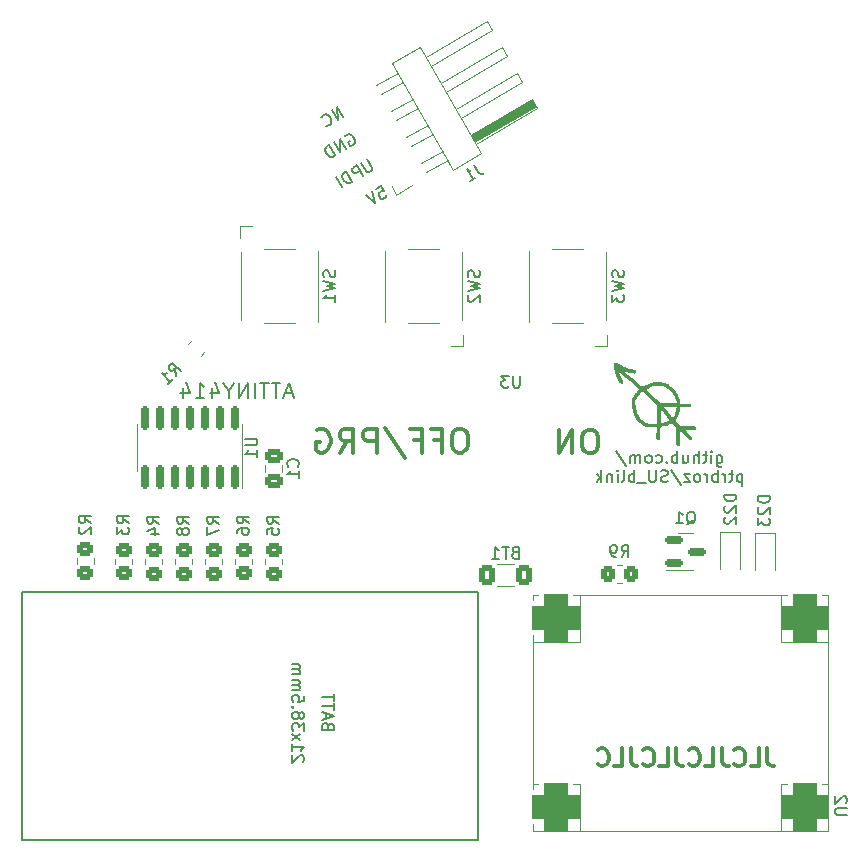
<source format=gbo>
%TF.GenerationSoftware,KiCad,Pcbnew,(6.0.5)*%
%TF.CreationDate,2022-11-29T16:25:59+01:00*%
%TF.ProjectId,sublink,7375626c-696e-46b2-9e6b-696361645f70,rev?*%
%TF.SameCoordinates,Original*%
%TF.FileFunction,Legend,Bot*%
%TF.FilePolarity,Positive*%
%FSLAX46Y46*%
G04 Gerber Fmt 4.6, Leading zero omitted, Abs format (unit mm)*
G04 Created by KiCad (PCBNEW (6.0.5)) date 2022-11-29 16:25:59*
%MOMM*%
%LPD*%
G01*
G04 APERTURE LIST*
G04 Aperture macros list*
%AMRoundRect*
0 Rectangle with rounded corners*
0 $1 Rounding radius*
0 $2 $3 $4 $5 $6 $7 $8 $9 X,Y pos of 4 corners*
0 Add a 4 corners polygon primitive as box body*
4,1,4,$2,$3,$4,$5,$6,$7,$8,$9,$2,$3,0*
0 Add four circle primitives for the rounded corners*
1,1,$1+$1,$2,$3*
1,1,$1+$1,$4,$5*
1,1,$1+$1,$6,$7*
1,1,$1+$1,$8,$9*
0 Add four rect primitives between the rounded corners*
20,1,$1+$1,$2,$3,$4,$5,0*
20,1,$1+$1,$4,$5,$6,$7,0*
20,1,$1+$1,$6,$7,$8,$9,0*
20,1,$1+$1,$8,$9,$2,$3,0*%
%AMRotRect*
0 Rectangle, with rotation*
0 The origin of the aperture is its center*
0 $1 length*
0 $2 width*
0 $3 Rotation angle, in degrees counterclockwise*
0 Add horizontal line*
21,1,$1,$2,0,0,$3*%
G04 Aperture macros list end*
%ADD10C,0.150000*%
%ADD11C,0.000000*%
%ADD12C,0.300000*%
%ADD13C,0.200000*%
%ADD14C,0.120000*%
%ADD15RotRect,6.000000X0.760000X30.000000*%
%ADD16C,2.200000*%
%ADD17RoundRect,0.250000X-0.350000X-0.450000X0.350000X-0.450000X0.350000X0.450000X-0.350000X0.450000X0*%
%ADD18R,1.400000X1.600000*%
%ADD19R,1.000000X1.000000*%
%ADD20RoundRect,1.000000X1.000000X-1.000000X1.000000X1.000000X-1.000000X1.000000X-1.000000X-1.000000X0*%
%ADD21RotRect,2.500000X1.000000X30.000000*%
%ADD22RoundRect,0.250000X0.450000X-0.350000X0.450000X0.350000X-0.450000X0.350000X-0.450000X-0.350000X0*%
%ADD23RoundRect,0.250000X0.475000X-0.337500X0.475000X0.337500X-0.475000X0.337500X-0.475000X-0.337500X0*%
%ADD24RoundRect,0.250000X0.400000X0.625000X-0.400000X0.625000X-0.400000X-0.625000X0.400000X-0.625000X0*%
%ADD25RoundRect,0.250000X-0.450000X0.350000X-0.450000X-0.350000X0.450000X-0.350000X0.450000X0.350000X0*%
%ADD26R,1.200000X2.500000*%
%ADD27RoundRect,0.250000X0.070711X-0.565685X0.565685X-0.070711X-0.070711X0.565685X-0.565685X0.070711X0*%
%ADD28RoundRect,0.150000X-0.587500X-0.150000X0.587500X-0.150000X0.587500X0.150000X-0.587500X0.150000X0*%
%ADD29RoundRect,0.150000X0.150000X-0.825000X0.150000X0.825000X-0.150000X0.825000X-0.150000X-0.825000X0*%
G04 APERTURE END LIST*
D10*
X177800000Y-105156000D02*
X177799995Y-126161797D01*
X139191996Y-126161795D01*
X139191996Y-105155992D01*
X177800000Y-105156000D01*
D11*
G36*
X195890043Y-89455268D02*
G01*
X195865608Y-89502555D01*
X195826470Y-89538851D01*
X195777324Y-89560268D01*
X195750049Y-89563555D01*
X195724241Y-89566664D01*
X195054614Y-89566523D01*
X194997943Y-89566241D01*
X194978961Y-89566099D01*
X194975788Y-89590944D01*
X194957908Y-89677920D01*
X194931335Y-89762492D01*
X194906829Y-89853038D01*
X194889572Y-89924781D01*
X194882532Y-89947188D01*
X194855817Y-90030594D01*
X194828692Y-90113752D01*
X194808191Y-90176448D01*
X194789414Y-90239604D01*
X194772779Y-90293712D01*
X194753659Y-90347007D01*
X194725428Y-90411541D01*
X194693398Y-90474414D01*
X194661580Y-90525871D01*
X194629550Y-90577293D01*
X194601248Y-90631542D01*
X194595016Y-90642604D01*
X194571222Y-90684837D01*
X194551067Y-90714630D01*
X194576675Y-90742126D01*
X194651982Y-90814187D01*
X194926433Y-91076811D01*
X194971921Y-91116641D01*
X194989316Y-91131767D01*
X195106661Y-91131767D01*
X196220197Y-91168487D01*
X196267895Y-91192802D01*
X196304617Y-91231359D01*
X196326153Y-91280308D01*
X196331054Y-91333461D01*
X196319526Y-91385590D01*
X196292123Y-91431216D01*
X196250776Y-91465038D01*
X196200387Y-91483169D01*
X195541115Y-91463448D01*
X195482441Y-91461574D01*
X195423770Y-91459913D01*
X195364199Y-91459913D01*
X195381247Y-91475464D01*
X195425700Y-91516319D01*
X195469739Y-91557739D01*
X195513298Y-91599619D01*
X195556301Y-91642170D01*
X195908749Y-92038986D01*
X195941815Y-92087863D01*
X195959828Y-92138260D01*
X195962730Y-92191661D01*
X195947819Y-92242836D01*
X195916344Y-92285952D01*
X195872856Y-92316947D01*
X195822053Y-92333098D01*
X195768627Y-92332356D01*
X195718788Y-92313660D01*
X195677788Y-92279273D01*
X195648313Y-92234672D01*
X195197153Y-91752047D01*
X195065937Y-91633193D01*
X195021689Y-91594176D01*
X194977304Y-91555336D01*
X194932784Y-91516743D01*
X194929126Y-91513633D01*
X194929473Y-91518333D01*
X194932922Y-91578167D01*
X194935961Y-91638000D01*
X194938584Y-91697727D01*
X194946451Y-91936954D01*
X194947970Y-91996823D01*
X194949490Y-92056656D01*
X194951006Y-92116419D01*
X194955703Y-92388938D01*
X194956322Y-92443329D01*
X194956806Y-92497790D01*
X194958050Y-92661315D01*
X194951974Y-92714469D01*
X194931059Y-92763771D01*
X194894891Y-92803176D01*
X194847745Y-92827880D01*
X194795079Y-92836468D01*
X194742342Y-92828587D01*
X194694921Y-92804342D01*
X194658268Y-92765502D01*
X194636660Y-92716484D01*
X194629136Y-92555644D01*
X194628652Y-92501819D01*
X194625132Y-92232692D01*
X194621474Y-92067012D01*
X194613328Y-91777988D01*
X194608567Y-91662315D01*
X194605666Y-91604460D01*
X194583786Y-91315932D01*
X194584337Y-91262495D01*
X194597177Y-91218389D01*
X194566115Y-91189762D01*
X194330528Y-90962799D01*
X194285800Y-90915088D01*
X194278760Y-90907100D01*
X194261502Y-90911801D01*
X194208766Y-90926573D01*
X194156305Y-90942371D01*
X194104261Y-90959194D01*
X194045516Y-90984958D01*
X193992436Y-91020900D01*
X193935282Y-91065925D01*
X193872674Y-91102646D01*
X193791293Y-91122931D01*
X193707908Y-91133074D01*
X193643025Y-91138658D01*
X193578692Y-91148766D01*
X193514841Y-91161666D01*
X193451406Y-91176368D01*
X193393425Y-91192519D01*
X193335026Y-91206656D01*
X193290298Y-91215916D01*
X193289471Y-91246486D01*
X193287675Y-91308758D01*
X193277734Y-91682000D01*
X193276218Y-91744024D01*
X193268899Y-92072135D01*
X193264757Y-92173919D01*
X193255508Y-92226543D01*
X193231695Y-92274501D01*
X193193455Y-92311646D01*
X193144722Y-92333663D01*
X193091639Y-92339106D01*
X193039454Y-92328080D01*
X192993414Y-92301079D01*
X192959317Y-92260224D01*
X192940611Y-92209968D01*
X192937020Y-92156673D01*
X192948135Y-91736992D01*
X192949651Y-91674861D01*
X192951241Y-91612624D01*
X192957864Y-91364314D01*
X192959593Y-91302325D01*
X192961317Y-91241396D01*
X192934949Y-91243199D01*
X192866266Y-91248218D01*
X192797449Y-91250091D01*
X192737054Y-91253589D01*
X192676584Y-91256487D01*
X192616044Y-91258785D01*
X192555575Y-91260764D01*
X192464535Y-91262637D01*
X192373495Y-91261471D01*
X192282914Y-91253448D01*
X192193394Y-91237650D01*
X192115325Y-91217788D01*
X192039658Y-91190363D01*
X191956004Y-91157248D01*
X191877723Y-91113460D01*
X191806863Y-91064688D01*
X191737488Y-91013372D01*
X191694759Y-90980681D01*
X191651184Y-90949051D01*
X191607289Y-90918056D01*
X191563324Y-90886920D01*
X191493596Y-90831363D01*
X191428920Y-90769940D01*
X191370890Y-90717528D01*
X191317948Y-90660098D01*
X191278365Y-90598003D01*
X191239383Y-90535590D01*
X191194924Y-90463104D01*
X191155094Y-90387862D01*
X191116642Y-90301169D01*
X191081795Y-90212886D01*
X191047832Y-90128596D01*
X191014363Y-90044342D01*
X190985101Y-89946516D01*
X190959407Y-89847807D01*
X190930569Y-89747649D01*
X190904805Y-89646395D01*
X190891834Y-89580943D01*
X190879677Y-89515384D01*
X190868085Y-89449790D01*
X190856846Y-89383949D01*
X190849389Y-89329699D01*
X190844547Y-89275231D01*
X190841649Y-89220423D01*
X190839988Y-89165686D01*
X190839387Y-89111571D01*
X190839387Y-89065471D01*
X191151630Y-89065471D01*
X191152337Y-89158862D01*
X191155518Y-89246113D01*
X191165024Y-89332809D01*
X191175379Y-89393703D01*
X191186088Y-89454561D01*
X191197327Y-89515243D01*
X191209060Y-89575924D01*
X191233375Y-89670710D01*
X191260482Y-89764648D01*
X191282782Y-89850776D01*
X191307380Y-89936232D01*
X191338905Y-90015220D01*
X191370607Y-90094032D01*
X191400895Y-90171218D01*
X191434045Y-90247061D01*
X191463449Y-90303466D01*
X191496140Y-90357857D01*
X191530598Y-90410445D01*
X191561734Y-90464977D01*
X191577744Y-90483001D01*
X191652986Y-90552165D01*
X191697163Y-90594681D01*
X191745121Y-90632850D01*
X191791172Y-90665435D01*
X191837151Y-90698019D01*
X191882706Y-90731134D01*
X191927555Y-90765381D01*
X191990109Y-90811855D01*
X192054361Y-90855819D01*
X192102072Y-90880665D01*
X192152999Y-90899361D01*
X192204421Y-90918551D01*
X192257574Y-90931946D01*
X192322815Y-90943820D01*
X192388868Y-90949404D01*
X192467503Y-90950394D01*
X192546245Y-90948521D01*
X192607880Y-90946506D01*
X192669622Y-90943962D01*
X192731258Y-90941134D01*
X192792893Y-90937812D01*
X192849903Y-90936222D01*
X192906849Y-90932087D01*
X192970216Y-90927740D01*
X192971188Y-90893918D01*
X193299476Y-90893918D01*
X193327778Y-90886956D01*
X193379684Y-90872254D01*
X193479291Y-90849953D01*
X193580000Y-90832000D01*
X193681678Y-90821856D01*
X193720499Y-90817227D01*
X193745872Y-90817227D01*
X193749463Y-90816273D01*
X193751947Y-90814187D01*
X193745872Y-90817227D01*
X193720499Y-90817227D01*
X193732064Y-90815848D01*
X193752361Y-90812385D01*
X193753877Y-90812526D01*
X193785494Y-90785808D01*
X193803854Y-90771813D01*
X193850791Y-90738663D01*
X193899661Y-90709011D01*
X193951016Y-90683529D01*
X194004583Y-90663173D01*
X194058285Y-90645678D01*
X194068502Y-90642604D01*
X194042685Y-90608959D01*
X193389074Y-89823810D01*
X193350350Y-89777831D01*
X193318045Y-89739591D01*
X193317907Y-89777477D01*
X193317698Y-89843177D01*
X193301823Y-90811431D01*
X193300098Y-90873561D01*
X193299476Y-90893918D01*
X192971188Y-90893918D01*
X192971941Y-90867694D01*
X192973669Y-90805705D01*
X192988273Y-89546732D01*
X193584555Y-89546732D01*
X193596222Y-89560551D01*
X193635221Y-89606778D01*
X194214908Y-90296292D01*
X194256046Y-90348456D01*
X194296773Y-90401009D01*
X194337155Y-90453739D01*
X194339915Y-90457343D01*
X194362830Y-90414615D01*
X194419363Y-90324459D01*
X194455121Y-90255295D01*
X194473827Y-90202495D01*
X194490463Y-90149059D01*
X194511240Y-90079471D01*
X194533880Y-90010378D01*
X194557555Y-89937751D01*
X194581164Y-89864948D01*
X194604150Y-89775675D01*
X194619750Y-89712802D01*
X194639421Y-89651237D01*
X194653434Y-89613563D01*
X194662958Y-89563555D01*
X194656540Y-89563484D01*
X194599661Y-89562671D01*
X193660487Y-89545283D01*
X193601537Y-89546379D01*
X193584555Y-89546732D01*
X192988273Y-89546732D01*
X192989407Y-89448977D01*
X192995825Y-89395965D01*
X193002246Y-89377269D01*
X192995482Y-89369954D01*
X192954479Y-89325988D01*
X192885315Y-89254747D01*
X192402263Y-88804347D01*
X191935294Y-88390949D01*
X191794705Y-88267805D01*
X191766680Y-88243232D01*
X191766680Y-88243225D01*
X191758586Y-88246126D01*
X191695290Y-88249646D01*
X191677619Y-88245571D01*
X191646553Y-88278086D01*
X191602447Y-88323641D01*
X191560497Y-88371063D01*
X191515083Y-88432221D01*
X191471931Y-88494896D01*
X191416762Y-88568894D01*
X191363644Y-88644479D01*
X191314908Y-88718474D01*
X191263062Y-88790330D01*
X191223232Y-88846587D01*
X191186230Y-88904915D01*
X191167039Y-88937288D01*
X191160961Y-88944052D01*
X191155094Y-88972283D01*
X191151630Y-89065471D01*
X190839387Y-89065471D01*
X190839387Y-89057453D01*
X190840695Y-89003405D01*
X190843522Y-88949290D01*
X190851262Y-88895860D01*
X190867413Y-88844300D01*
X190889961Y-88795151D01*
X190916114Y-88747867D01*
X190960255Y-88677877D01*
X191007790Y-88610300D01*
X191057233Y-88541893D01*
X191103389Y-88471486D01*
X191161243Y-88389069D01*
X191221218Y-88308377D01*
X191266632Y-88242525D01*
X191314484Y-88178401D01*
X191367779Y-88117243D01*
X191412082Y-88071143D01*
X192068461Y-88071143D01*
X192108963Y-88106693D01*
X192156604Y-88148386D01*
X192204244Y-88190216D01*
X192251778Y-88231976D01*
X192911136Y-88824636D01*
X192957522Y-88867778D01*
X193238664Y-89149546D01*
X193279529Y-89194136D01*
X193310658Y-89228789D01*
X193329573Y-89227545D01*
X193393492Y-89224300D01*
X194606701Y-89234447D01*
X194662820Y-89235277D01*
X194667171Y-89235348D01*
X194664407Y-89208980D01*
X194662891Y-89150719D01*
X194660958Y-89096328D01*
X194655572Y-89042280D01*
X194630861Y-88974771D01*
X194604217Y-88921896D01*
X194577640Y-88869022D01*
X194545267Y-88782739D01*
X194508476Y-88683065D01*
X194485352Y-88617630D01*
X194445869Y-88542805D01*
X194415221Y-88496762D01*
X194383816Y-88450931D01*
X194352959Y-88402679D01*
X194321622Y-88354915D01*
X194271783Y-88296930D01*
X194224641Y-88254686D01*
X194178393Y-88211545D01*
X194112471Y-88142932D01*
X194058840Y-88099862D01*
X193974971Y-88042085D01*
X193897869Y-87972851D01*
X193847271Y-87923843D01*
X193849066Y-87924670D01*
X193788943Y-87876973D01*
X193735931Y-87847017D01*
X193717086Y-87841013D01*
X193629287Y-87816298D01*
X193534236Y-87784547D01*
X193480259Y-87772881D01*
X193397563Y-87764321D01*
X193340893Y-87762183D01*
X193284636Y-87755695D01*
X193189104Y-87737610D01*
X193168327Y-87735264D01*
X193100817Y-87727740D01*
X193093502Y-87726496D01*
X193093502Y-87726492D01*
X193079560Y-87726838D01*
X192997281Y-87727460D01*
X192896154Y-87733882D01*
X192800414Y-87744442D01*
X192736276Y-87756038D01*
X192672237Y-87768117D01*
X192601978Y-87787170D01*
X192549143Y-87810845D01*
X192496766Y-87835418D01*
X192448172Y-87857715D01*
X192399365Y-87879595D01*
X192349674Y-87912382D01*
X192299631Y-87947448D01*
X192247361Y-87979269D01*
X192224106Y-87993971D01*
X192176607Y-88020962D01*
X192126457Y-88047952D01*
X192073445Y-88068934D01*
X192068461Y-88071143D01*
X191412082Y-88071143D01*
X191423902Y-88058844D01*
X191482356Y-87997689D01*
X191483947Y-87996032D01*
X191461929Y-87976979D01*
X191413335Y-87935082D01*
X191119823Y-87686171D01*
X190723255Y-87360710D01*
X190673282Y-87320470D01*
X190373867Y-87078462D01*
X190323895Y-87038080D01*
X190076504Y-86833212D01*
X189884175Y-86662855D01*
X189837241Y-86618954D01*
X189790661Y-86572430D01*
X189774368Y-86554621D01*
X189786915Y-86599972D01*
X189802182Y-86651811D01*
X189818192Y-86703371D01*
X189833531Y-86757836D01*
X189853463Y-86810915D01*
X189876506Y-86862479D01*
X189901917Y-86913211D01*
X189928210Y-86963396D01*
X189954646Y-87013645D01*
X189980621Y-87060377D01*
X190006916Y-87107039D01*
X190033776Y-87153357D01*
X190061307Y-87199188D01*
X190089757Y-87244472D01*
X190119373Y-87289062D01*
X190143865Y-87336759D01*
X190153584Y-87389287D01*
X190145455Y-87442024D01*
X190119903Y-87488756D01*
X190080780Y-87525133D01*
X190032574Y-87547844D01*
X189979491Y-87553986D01*
X189927610Y-87541906D01*
X189882443Y-87513053D01*
X189847455Y-87472743D01*
X189814552Y-87422629D01*
X189782638Y-87372033D01*
X189751644Y-87320746D01*
X189721497Y-87269044D01*
X189692094Y-87216930D01*
X189663361Y-87164469D01*
X189632790Y-87106074D01*
X189602503Y-87047608D01*
X189573487Y-86988245D01*
X189546768Y-86928055D01*
X189523655Y-86866069D01*
X189505490Y-86802769D01*
X189488808Y-86748654D01*
X189472799Y-86694397D01*
X189457531Y-86640074D01*
X189442970Y-86585404D01*
X189429223Y-86530529D01*
X189416394Y-86475379D01*
X189404377Y-86420020D01*
X189393139Y-86364590D01*
X189378437Y-86302604D01*
X189365254Y-86240548D01*
X189353839Y-86178011D01*
X189344544Y-86115128D01*
X189337688Y-86051899D01*
X189333694Y-85988464D01*
X189332669Y-85934900D01*
X189346665Y-85883337D01*
X189377129Y-85839505D01*
X189399076Y-85821213D01*
X189405967Y-85815070D01*
X189453396Y-85790910D01*
X189506408Y-85783949D01*
X189559279Y-85792370D01*
X189611126Y-85808798D01*
X189661629Y-85828057D01*
X189711213Y-85849800D01*
X189759807Y-85873614D01*
X189807342Y-85899016D01*
X189854488Y-85925591D01*
X189901103Y-85953064D01*
X189947330Y-85981158D01*
X190005326Y-86013324D01*
X190063639Y-86045214D01*
X190122342Y-86076621D01*
X190181468Y-86107062D01*
X190241336Y-86136191D01*
X190301877Y-86163871D01*
X190360332Y-86188995D01*
X190418858Y-86214328D01*
X190477878Y-86238420D01*
X190537994Y-86259335D01*
X190594895Y-86274865D01*
X190652466Y-86287291D01*
X190710426Y-86297851D01*
X190768704Y-86307446D01*
X190862854Y-86328015D01*
X190957817Y-86346170D01*
X191052815Y-86363841D01*
X191102788Y-86375850D01*
X191152690Y-86394835D01*
X191195348Y-86427275D01*
X191224611Y-86471866D01*
X191237086Y-86523705D01*
X191232492Y-86576855D01*
X191211782Y-86626142D01*
X191176652Y-86666386D01*
X191130037Y-86691994D01*
X191077095Y-86700967D01*
X191024082Y-86694546D01*
X190991109Y-86686124D01*
X190898797Y-86669008D01*
X190806378Y-86651542D01*
X190714561Y-86631249D01*
X190621259Y-86615098D01*
X190528416Y-86596254D01*
X190436741Y-86571543D01*
X190346584Y-86538824D01*
X190257630Y-86502309D01*
X190169346Y-86464136D01*
X190136407Y-86449021D01*
X190154750Y-86465723D01*
X190201295Y-86507416D01*
X190248299Y-86548557D01*
X190295727Y-86589281D01*
X190488162Y-86748802D01*
X190536828Y-86788215D01*
X190779943Y-86984389D01*
X190828113Y-87023940D01*
X190878793Y-87064530D01*
X191130672Y-87268917D01*
X191479459Y-87560001D01*
X191676594Y-87728839D01*
X191725613Y-87771291D01*
X191750670Y-87793104D01*
X191812730Y-87755691D01*
X191880303Y-87724145D01*
X191950562Y-87698883D01*
X191999439Y-87689563D01*
X192006261Y-87677279D01*
X192064998Y-87658848D01*
X192122852Y-87638693D01*
X192192299Y-87607698D01*
X192265244Y-87584437D01*
X192319245Y-87562143D01*
X192373000Y-87539432D01*
X192423397Y-87520450D01*
X192474112Y-87502296D01*
X192545927Y-87477171D01*
X192620038Y-87460190D01*
X192685561Y-87447763D01*
X192751119Y-87436168D01*
X192846941Y-87425470D01*
X192918314Y-87417737D01*
X192990100Y-87415323D01*
X193058712Y-87414493D01*
X193127324Y-87416497D01*
X193182616Y-87422639D01*
X193237766Y-87429057D01*
X193339928Y-87448177D01*
X193403292Y-87452043D01*
X193508836Y-87461777D01*
X193573653Y-87471301D01*
X193636674Y-87489318D01*
X193729650Y-87520588D01*
X193790396Y-87537704D01*
X193850653Y-87556481D01*
X193912709Y-87586440D01*
X193970966Y-87623022D01*
X194046414Y-87682594D01*
X194112887Y-87746304D01*
X194173905Y-87801317D01*
X194225055Y-87835418D01*
X194275307Y-87872138D01*
X194322933Y-87912106D01*
X194363244Y-87952968D01*
X194402936Y-87994385D01*
X194480175Y-88064241D01*
X194535813Y-88120703D01*
X194583234Y-88184208D01*
X194640665Y-88273113D01*
X194678491Y-88328819D01*
X194715419Y-88385075D01*
X194746135Y-88440919D01*
X194773952Y-88498211D01*
X194805568Y-88586632D01*
X194833386Y-88662079D01*
X194867483Y-88752504D01*
X194915735Y-88846725D01*
X194942104Y-88907053D01*
X194959633Y-88970767D01*
X194971232Y-89056014D01*
X194975166Y-89142022D01*
X194980135Y-89225544D01*
X194981055Y-89235348D01*
X194981308Y-89238037D01*
X194999739Y-89238108D01*
X195056066Y-89238317D01*
X195724241Y-89238454D01*
X195777254Y-89244873D01*
X195826400Y-89266134D01*
X195865470Y-89302440D01*
X195890043Y-89349879D01*
X195894303Y-89377269D01*
X195898256Y-89402680D01*
X195890043Y-89455268D01*
G37*
D12*
X176492380Y-91386761D02*
X176111428Y-91386761D01*
X175920952Y-91482000D01*
X175730476Y-91672476D01*
X175635238Y-92053428D01*
X175635238Y-92720095D01*
X175730476Y-93101047D01*
X175920952Y-93291523D01*
X176111428Y-93386761D01*
X176492380Y-93386761D01*
X176682857Y-93291523D01*
X176873333Y-93101047D01*
X176968571Y-92720095D01*
X176968571Y-92053428D01*
X176873333Y-91672476D01*
X176682857Y-91482000D01*
X176492380Y-91386761D01*
X174111428Y-92339142D02*
X174778095Y-92339142D01*
X174778095Y-93386761D02*
X174778095Y-91386761D01*
X173825714Y-91386761D01*
X172397142Y-92339142D02*
X173063809Y-92339142D01*
X173063809Y-93386761D02*
X173063809Y-91386761D01*
X172111428Y-91386761D01*
X169920952Y-91291523D02*
X171635238Y-93862952D01*
X169254285Y-93386761D02*
X169254285Y-91386761D01*
X168492380Y-91386761D01*
X168301904Y-91482000D01*
X168206666Y-91577238D01*
X168111428Y-91767714D01*
X168111428Y-92053428D01*
X168206666Y-92243904D01*
X168301904Y-92339142D01*
X168492380Y-92434380D01*
X169254285Y-92434380D01*
X166111428Y-93386761D02*
X166778095Y-92434380D01*
X167254285Y-93386761D02*
X167254285Y-91386761D01*
X166492380Y-91386761D01*
X166301904Y-91482000D01*
X166206666Y-91577238D01*
X166111428Y-91767714D01*
X166111428Y-92053428D01*
X166206666Y-92243904D01*
X166301904Y-92339142D01*
X166492380Y-92434380D01*
X167254285Y-92434380D01*
X164206666Y-91482000D02*
X164397142Y-91386761D01*
X164682857Y-91386761D01*
X164968571Y-91482000D01*
X165159047Y-91672476D01*
X165254285Y-91862952D01*
X165349523Y-92243904D01*
X165349523Y-92529619D01*
X165254285Y-92910571D01*
X165159047Y-93101047D01*
X164968571Y-93291523D01*
X164682857Y-93386761D01*
X164492380Y-93386761D01*
X164206666Y-93291523D01*
X164111428Y-93196285D01*
X164111428Y-92529619D01*
X164492380Y-92529619D01*
D10*
X169191147Y-71102509D02*
X169603540Y-70864414D01*
X169882875Y-71252998D01*
X169817826Y-71235568D01*
X169711538Y-71241948D01*
X169505341Y-71360995D01*
X169446672Y-71449854D01*
X169429242Y-71514902D01*
X169435622Y-71621191D01*
X169554670Y-71827387D01*
X169643528Y-71886056D01*
X169708577Y-71903486D01*
X169814865Y-71897106D01*
X170021062Y-71778059D01*
X170079731Y-71689200D01*
X170097161Y-71624151D01*
X168902472Y-71269176D02*
X169113797Y-72301868D01*
X168325122Y-71602509D01*
D12*
X187528095Y-91456761D02*
X187147142Y-91456761D01*
X186956666Y-91552000D01*
X186766190Y-91742476D01*
X186670952Y-92123428D01*
X186670952Y-92790095D01*
X186766190Y-93171047D01*
X186956666Y-93361523D01*
X187147142Y-93456761D01*
X187528095Y-93456761D01*
X187718571Y-93361523D01*
X187909047Y-93171047D01*
X188004285Y-92790095D01*
X188004285Y-92123428D01*
X187909047Y-91742476D01*
X187718571Y-91552000D01*
X187528095Y-91456761D01*
X185813809Y-93456761D02*
X185813809Y-91456761D01*
X184670952Y-93456761D01*
X184670952Y-91456761D01*
D10*
X168465848Y-68555843D02*
X168870610Y-69256911D01*
X168876989Y-69363199D01*
X168859560Y-69428248D01*
X168800891Y-69517106D01*
X168635933Y-69612344D01*
X168529645Y-69618724D01*
X168464596Y-69601294D01*
X168375738Y-69542625D01*
X167970976Y-68841557D01*
X168058583Y-69945678D02*
X167558583Y-69079652D01*
X167228669Y-69270128D01*
X167170000Y-69358987D01*
X167152570Y-69424036D01*
X167158949Y-69530324D01*
X167230378Y-69654042D01*
X167319236Y-69712711D01*
X167384285Y-69730141D01*
X167490573Y-69723761D01*
X167820488Y-69533285D01*
X167192558Y-70445678D02*
X166692558Y-69579652D01*
X166486361Y-69698700D01*
X166386453Y-69811368D01*
X166351593Y-69941465D01*
X166357973Y-70047754D01*
X166411972Y-70236520D01*
X166483400Y-70360238D01*
X166619878Y-70501386D01*
X166708736Y-70560055D01*
X166838834Y-70594915D01*
X166986361Y-70564725D01*
X167192558Y-70445678D01*
X166326532Y-70945678D02*
X165826532Y-70079652D01*
X165166888Y-116549138D02*
X165119269Y-116406281D01*
X165071650Y-116358662D01*
X164976412Y-116311043D01*
X164833555Y-116311043D01*
X164738317Y-116358662D01*
X164690698Y-116406281D01*
X164643079Y-116501519D01*
X164643079Y-116882471D01*
X165643079Y-116882471D01*
X165643079Y-116549138D01*
X165595460Y-116453900D01*
X165547840Y-116406281D01*
X165452602Y-116358662D01*
X165357364Y-116358662D01*
X165262126Y-116406281D01*
X165214507Y-116453900D01*
X165166888Y-116549138D01*
X165166888Y-116882471D01*
X164928793Y-115930091D02*
X164928793Y-115453900D01*
X164643079Y-116025329D02*
X165643079Y-115691995D01*
X164643079Y-115358662D01*
X165643079Y-115168186D02*
X165643079Y-114596757D01*
X164643079Y-114882471D02*
X165643079Y-114882471D01*
X165643079Y-114406281D02*
X165643079Y-113834852D01*
X164643079Y-114120567D02*
X165643079Y-114120567D01*
D12*
X202338571Y-118440571D02*
X202338571Y-119512000D01*
X202410000Y-119726285D01*
X202552857Y-119869142D01*
X202767142Y-119940571D01*
X202910000Y-119940571D01*
X200910000Y-119940571D02*
X201624285Y-119940571D01*
X201624285Y-118440571D01*
X199552857Y-119797714D02*
X199624285Y-119869142D01*
X199838571Y-119940571D01*
X199981428Y-119940571D01*
X200195714Y-119869142D01*
X200338571Y-119726285D01*
X200410000Y-119583428D01*
X200481428Y-119297714D01*
X200481428Y-119083428D01*
X200410000Y-118797714D01*
X200338571Y-118654857D01*
X200195714Y-118512000D01*
X199981428Y-118440571D01*
X199838571Y-118440571D01*
X199624285Y-118512000D01*
X199552857Y-118583428D01*
X198481428Y-118440571D02*
X198481428Y-119512000D01*
X198552857Y-119726285D01*
X198695714Y-119869142D01*
X198910000Y-119940571D01*
X199052857Y-119940571D01*
X197052857Y-119940571D02*
X197767142Y-119940571D01*
X197767142Y-118440571D01*
X195695714Y-119797714D02*
X195767142Y-119869142D01*
X195981428Y-119940571D01*
X196124285Y-119940571D01*
X196338571Y-119869142D01*
X196481428Y-119726285D01*
X196552857Y-119583428D01*
X196624285Y-119297714D01*
X196624285Y-119083428D01*
X196552857Y-118797714D01*
X196481428Y-118654857D01*
X196338571Y-118512000D01*
X196124285Y-118440571D01*
X195981428Y-118440571D01*
X195767142Y-118512000D01*
X195695714Y-118583428D01*
X194624285Y-118440571D02*
X194624285Y-119512000D01*
X194695714Y-119726285D01*
X194838571Y-119869142D01*
X195052857Y-119940571D01*
X195195714Y-119940571D01*
X193195714Y-119940571D02*
X193910000Y-119940571D01*
X193910000Y-118440571D01*
X191838571Y-119797714D02*
X191910000Y-119869142D01*
X192124285Y-119940571D01*
X192267142Y-119940571D01*
X192481428Y-119869142D01*
X192624285Y-119726285D01*
X192695714Y-119583428D01*
X192767142Y-119297714D01*
X192767142Y-119083428D01*
X192695714Y-118797714D01*
X192624285Y-118654857D01*
X192481428Y-118512000D01*
X192267142Y-118440571D01*
X192124285Y-118440571D01*
X191910000Y-118512000D01*
X191838571Y-118583428D01*
X190767142Y-118440571D02*
X190767142Y-119512000D01*
X190838571Y-119726285D01*
X190981428Y-119869142D01*
X191195714Y-119940571D01*
X191338571Y-119940571D01*
X189338571Y-119940571D02*
X190052857Y-119940571D01*
X190052857Y-118440571D01*
X187981428Y-119797714D02*
X188052857Y-119869142D01*
X188267142Y-119940571D01*
X188410000Y-119940571D01*
X188624285Y-119869142D01*
X188767142Y-119726285D01*
X188838571Y-119583428D01*
X188910000Y-119297714D01*
X188910000Y-119083428D01*
X188838571Y-118797714D01*
X188767142Y-118654857D01*
X188624285Y-118512000D01*
X188410000Y-118440571D01*
X188267142Y-118440571D01*
X188052857Y-118512000D01*
X187981428Y-118583428D01*
D10*
X163007847Y-119596764D02*
X163055467Y-119549145D01*
X163103086Y-119453907D01*
X163103086Y-119215812D01*
X163055467Y-119120574D01*
X163007847Y-119072955D01*
X162912609Y-119025336D01*
X162817371Y-119025336D01*
X162674514Y-119072955D01*
X162103086Y-119644383D01*
X162103086Y-119025336D01*
X162103086Y-118072955D02*
X162103086Y-118644383D01*
X162103086Y-118358669D02*
X163103086Y-118358669D01*
X162960228Y-118453907D01*
X162864990Y-118549145D01*
X162817371Y-118644383D01*
X162103086Y-117739621D02*
X162769752Y-117215812D01*
X162769752Y-117739621D02*
X162103086Y-117215812D01*
X163103086Y-116930098D02*
X163103086Y-116311050D01*
X162722133Y-116644383D01*
X162722133Y-116501526D01*
X162674514Y-116406288D01*
X162626895Y-116358669D01*
X162531657Y-116311050D01*
X162293562Y-116311050D01*
X162198324Y-116358669D01*
X162150705Y-116406288D01*
X162103086Y-116501526D01*
X162103086Y-116787240D01*
X162150705Y-116882478D01*
X162198324Y-116930098D01*
X162674514Y-115739621D02*
X162722133Y-115834859D01*
X162769752Y-115882478D01*
X162864990Y-115930098D01*
X162912609Y-115930098D01*
X163007847Y-115882478D01*
X163055467Y-115834859D01*
X163103086Y-115739621D01*
X163103086Y-115549145D01*
X163055467Y-115453907D01*
X163007847Y-115406288D01*
X162912609Y-115358669D01*
X162864990Y-115358669D01*
X162769752Y-115406288D01*
X162722133Y-115453907D01*
X162674514Y-115549145D01*
X162674514Y-115739621D01*
X162626895Y-115834859D01*
X162579276Y-115882478D01*
X162484038Y-115930098D01*
X162293562Y-115930098D01*
X162198324Y-115882478D01*
X162150705Y-115834859D01*
X162103086Y-115739621D01*
X162103086Y-115549145D01*
X162150705Y-115453907D01*
X162198324Y-115406288D01*
X162293562Y-115358669D01*
X162484038Y-115358669D01*
X162579276Y-115406288D01*
X162626895Y-115453907D01*
X162674514Y-115549145D01*
X162198324Y-114930098D02*
X162150705Y-114882478D01*
X162103086Y-114930098D01*
X162150705Y-114977717D01*
X162198324Y-114930098D01*
X162103086Y-114930098D01*
X163103086Y-113977717D02*
X163103086Y-114453907D01*
X162626895Y-114501526D01*
X162674514Y-114453907D01*
X162722133Y-114358669D01*
X162722133Y-114120574D01*
X162674514Y-114025336D01*
X162626895Y-113977717D01*
X162531657Y-113930098D01*
X162293562Y-113930098D01*
X162198324Y-113977717D01*
X162150705Y-114025336D01*
X162103086Y-114120574D01*
X162103086Y-114358669D01*
X162150705Y-114453907D01*
X162198324Y-114501526D01*
X162103086Y-113501526D02*
X162769752Y-113501526D01*
X162674514Y-113501526D02*
X162722133Y-113453907D01*
X162769752Y-113358669D01*
X162769752Y-113215812D01*
X162722133Y-113120574D01*
X162626895Y-113072955D01*
X162103086Y-113072955D01*
X162626895Y-113072955D02*
X162722133Y-113025336D01*
X162769752Y-112930098D01*
X162769752Y-112787240D01*
X162722133Y-112692002D01*
X162626895Y-112644383D01*
X162103086Y-112644383D01*
X162103086Y-112168193D02*
X162769752Y-112168193D01*
X162674514Y-112168193D02*
X162722133Y-112120574D01*
X162769752Y-112025336D01*
X162769752Y-111882478D01*
X162722133Y-111787240D01*
X162626895Y-111739621D01*
X162103086Y-111739621D01*
X162626895Y-111739621D02*
X162722133Y-111692002D01*
X162769752Y-111596764D01*
X162769752Y-111453907D01*
X162722133Y-111358669D01*
X162626895Y-111311050D01*
X162103086Y-111311050D01*
X198056190Y-93602714D02*
X198056190Y-94412238D01*
X198103809Y-94507476D01*
X198151428Y-94555095D01*
X198246666Y-94602714D01*
X198389523Y-94602714D01*
X198484761Y-94555095D01*
X198056190Y-94221761D02*
X198151428Y-94269380D01*
X198341904Y-94269380D01*
X198437142Y-94221761D01*
X198484761Y-94174142D01*
X198532380Y-94078904D01*
X198532380Y-93793190D01*
X198484761Y-93697952D01*
X198437142Y-93650333D01*
X198341904Y-93602714D01*
X198151428Y-93602714D01*
X198056190Y-93650333D01*
X197580000Y-94269380D02*
X197580000Y-93602714D01*
X197580000Y-93269380D02*
X197627619Y-93317000D01*
X197580000Y-93364619D01*
X197532380Y-93317000D01*
X197580000Y-93269380D01*
X197580000Y-93364619D01*
X197246666Y-93602714D02*
X196865714Y-93602714D01*
X197103809Y-93269380D02*
X197103809Y-94126523D01*
X197056190Y-94221761D01*
X196960952Y-94269380D01*
X196865714Y-94269380D01*
X196532380Y-94269380D02*
X196532380Y-93269380D01*
X196103809Y-94269380D02*
X196103809Y-93745571D01*
X196151428Y-93650333D01*
X196246666Y-93602714D01*
X196389523Y-93602714D01*
X196484761Y-93650333D01*
X196532380Y-93697952D01*
X195199047Y-93602714D02*
X195199047Y-94269380D01*
X195627619Y-93602714D02*
X195627619Y-94126523D01*
X195580000Y-94221761D01*
X195484761Y-94269380D01*
X195341904Y-94269380D01*
X195246666Y-94221761D01*
X195199047Y-94174142D01*
X194722857Y-94269380D02*
X194722857Y-93269380D01*
X194722857Y-93650333D02*
X194627619Y-93602714D01*
X194437142Y-93602714D01*
X194341904Y-93650333D01*
X194294285Y-93697952D01*
X194246666Y-93793190D01*
X194246666Y-94078904D01*
X194294285Y-94174142D01*
X194341904Y-94221761D01*
X194437142Y-94269380D01*
X194627619Y-94269380D01*
X194722857Y-94221761D01*
X193818095Y-94174142D02*
X193770476Y-94221761D01*
X193818095Y-94269380D01*
X193865714Y-94221761D01*
X193818095Y-94174142D01*
X193818095Y-94269380D01*
X192913333Y-94221761D02*
X193008571Y-94269380D01*
X193199047Y-94269380D01*
X193294285Y-94221761D01*
X193341904Y-94174142D01*
X193389523Y-94078904D01*
X193389523Y-93793190D01*
X193341904Y-93697952D01*
X193294285Y-93650333D01*
X193199047Y-93602714D01*
X193008571Y-93602714D01*
X192913333Y-93650333D01*
X192341904Y-94269380D02*
X192437142Y-94221761D01*
X192484761Y-94174142D01*
X192532380Y-94078904D01*
X192532380Y-93793190D01*
X192484761Y-93697952D01*
X192437142Y-93650333D01*
X192341904Y-93602714D01*
X192199047Y-93602714D01*
X192103809Y-93650333D01*
X192056190Y-93697952D01*
X192008571Y-93793190D01*
X192008571Y-94078904D01*
X192056190Y-94174142D01*
X192103809Y-94221761D01*
X192199047Y-94269380D01*
X192341904Y-94269380D01*
X191580000Y-94269380D02*
X191580000Y-93602714D01*
X191580000Y-93697952D02*
X191532380Y-93650333D01*
X191437142Y-93602714D01*
X191294285Y-93602714D01*
X191199047Y-93650333D01*
X191151428Y-93745571D01*
X191151428Y-94269380D01*
X191151428Y-93745571D02*
X191103809Y-93650333D01*
X191008571Y-93602714D01*
X190865714Y-93602714D01*
X190770476Y-93650333D01*
X190722857Y-93745571D01*
X190722857Y-94269380D01*
X189532380Y-93221761D02*
X190389523Y-94507476D01*
X200222857Y-95212714D02*
X200222857Y-96212714D01*
X200222857Y-95260333D02*
X200127619Y-95212714D01*
X199937142Y-95212714D01*
X199841904Y-95260333D01*
X199794285Y-95307952D01*
X199746666Y-95403190D01*
X199746666Y-95688904D01*
X199794285Y-95784142D01*
X199841904Y-95831761D01*
X199937142Y-95879380D01*
X200127619Y-95879380D01*
X200222857Y-95831761D01*
X199460952Y-95212714D02*
X199080000Y-95212714D01*
X199318095Y-94879380D02*
X199318095Y-95736523D01*
X199270476Y-95831761D01*
X199175238Y-95879380D01*
X199080000Y-95879380D01*
X198746666Y-95879380D02*
X198746666Y-95212714D01*
X198746666Y-95403190D02*
X198699047Y-95307952D01*
X198651428Y-95260333D01*
X198556190Y-95212714D01*
X198460952Y-95212714D01*
X198127619Y-95879380D02*
X198127619Y-94879380D01*
X198127619Y-95260333D02*
X198032380Y-95212714D01*
X197841904Y-95212714D01*
X197746666Y-95260333D01*
X197699047Y-95307952D01*
X197651428Y-95403190D01*
X197651428Y-95688904D01*
X197699047Y-95784142D01*
X197746666Y-95831761D01*
X197841904Y-95879380D01*
X198032380Y-95879380D01*
X198127619Y-95831761D01*
X197222857Y-95879380D02*
X197222857Y-95212714D01*
X197222857Y-95403190D02*
X197175238Y-95307952D01*
X197127619Y-95260333D01*
X197032380Y-95212714D01*
X196937142Y-95212714D01*
X196460952Y-95879380D02*
X196556190Y-95831761D01*
X196603809Y-95784142D01*
X196651428Y-95688904D01*
X196651428Y-95403190D01*
X196603809Y-95307952D01*
X196556190Y-95260333D01*
X196460952Y-95212714D01*
X196318095Y-95212714D01*
X196222857Y-95260333D01*
X196175238Y-95307952D01*
X196127619Y-95403190D01*
X196127619Y-95688904D01*
X196175238Y-95784142D01*
X196222857Y-95831761D01*
X196318095Y-95879380D01*
X196460952Y-95879380D01*
X195794285Y-95212714D02*
X195270476Y-95212714D01*
X195794285Y-95879380D01*
X195270476Y-95879380D01*
X194175238Y-94831761D02*
X195032380Y-96117476D01*
X193889523Y-95831761D02*
X193746666Y-95879380D01*
X193508571Y-95879380D01*
X193413333Y-95831761D01*
X193365714Y-95784142D01*
X193318095Y-95688904D01*
X193318095Y-95593666D01*
X193365714Y-95498428D01*
X193413333Y-95450809D01*
X193508571Y-95403190D01*
X193699047Y-95355571D01*
X193794285Y-95307952D01*
X193841904Y-95260333D01*
X193889523Y-95165095D01*
X193889523Y-95069857D01*
X193841904Y-94974619D01*
X193794285Y-94927000D01*
X193699047Y-94879380D01*
X193460952Y-94879380D01*
X193318095Y-94927000D01*
X192889523Y-94879380D02*
X192889523Y-95688904D01*
X192841904Y-95784142D01*
X192794285Y-95831761D01*
X192699047Y-95879380D01*
X192508571Y-95879380D01*
X192413333Y-95831761D01*
X192365714Y-95784142D01*
X192318095Y-95688904D01*
X192318095Y-94879380D01*
X192080000Y-95974619D02*
X191318095Y-95974619D01*
X191080000Y-95879380D02*
X191080000Y-94879380D01*
X191080000Y-95260333D02*
X190984761Y-95212714D01*
X190794285Y-95212714D01*
X190699047Y-95260333D01*
X190651428Y-95307952D01*
X190603809Y-95403190D01*
X190603809Y-95688904D01*
X190651428Y-95784142D01*
X190699047Y-95831761D01*
X190794285Y-95879380D01*
X190984761Y-95879380D01*
X191080000Y-95831761D01*
X190032380Y-95879380D02*
X190127619Y-95831761D01*
X190175238Y-95736523D01*
X190175238Y-94879380D01*
X189651428Y-95879380D02*
X189651428Y-95212714D01*
X189651428Y-94879380D02*
X189699047Y-94927000D01*
X189651428Y-94974619D01*
X189603809Y-94927000D01*
X189651428Y-94879380D01*
X189651428Y-94974619D01*
X189175238Y-95212714D02*
X189175238Y-95879380D01*
X189175238Y-95307952D02*
X189127619Y-95260333D01*
X189032380Y-95212714D01*
X188889523Y-95212714D01*
X188794285Y-95260333D01*
X188746666Y-95355571D01*
X188746666Y-95879380D01*
X188270476Y-95879380D02*
X188270476Y-94879380D01*
X188175238Y-95498428D02*
X187889523Y-95879380D01*
X187889523Y-95212714D02*
X188270476Y-95593666D01*
X166599828Y-66628034D02*
X166658497Y-66539176D01*
X166782215Y-66467747D01*
X166929743Y-66437558D01*
X167059840Y-66472418D01*
X167148699Y-66531087D01*
X167285176Y-66672235D01*
X167356605Y-66795952D01*
X167410604Y-66984719D01*
X167416983Y-67091007D01*
X167382124Y-67221105D01*
X167282215Y-67333773D01*
X167199737Y-67381392D01*
X167052209Y-67411581D01*
X166987161Y-67394151D01*
X166820494Y-67105476D01*
X166985451Y-67010238D01*
X166663626Y-67690916D02*
X166163626Y-66824890D01*
X166168754Y-67976630D01*
X165668754Y-67110605D01*
X165756361Y-68214725D02*
X165256361Y-67348700D01*
X165050165Y-67467747D01*
X164950256Y-67580415D01*
X164915397Y-67710513D01*
X164921776Y-67816801D01*
X164975775Y-68005568D01*
X165047204Y-68129286D01*
X165183681Y-68270434D01*
X165272539Y-68329103D01*
X165402637Y-68363962D01*
X165550165Y-68333773D01*
X165756361Y-68214725D01*
X166436639Y-64980916D02*
X165936639Y-64114890D01*
X165941767Y-65266630D01*
X165441767Y-64400605D01*
X164986883Y-65707961D02*
X165051932Y-65725391D01*
X165199459Y-65695201D01*
X165281938Y-65647582D01*
X165381846Y-65534915D01*
X165416706Y-65404817D01*
X165410326Y-65298529D01*
X165356327Y-65109762D01*
X165284899Y-64986044D01*
X165148421Y-64844896D01*
X165059563Y-64786227D01*
X164929465Y-64751368D01*
X164781938Y-64781557D01*
X164699459Y-64829176D01*
X164599551Y-64941844D01*
X164582121Y-65006893D01*
D13*
X162104761Y-88388666D02*
X161485714Y-88388666D01*
X162228571Y-88760095D02*
X161795238Y-87460095D01*
X161361904Y-88760095D01*
X161114285Y-87460095D02*
X160371428Y-87460095D01*
X160742857Y-88760095D02*
X160742857Y-87460095D01*
X160123809Y-87460095D02*
X159380952Y-87460095D01*
X159752380Y-88760095D02*
X159752380Y-87460095D01*
X158947619Y-88760095D02*
X158947619Y-87460095D01*
X158328571Y-88760095D02*
X158328571Y-87460095D01*
X157585714Y-88760095D01*
X157585714Y-87460095D01*
X156719047Y-88141047D02*
X156719047Y-88760095D01*
X157152380Y-87460095D02*
X156719047Y-88141047D01*
X156285714Y-87460095D01*
X155295238Y-87893428D02*
X155295238Y-88760095D01*
X155604761Y-87398190D02*
X155914285Y-88326761D01*
X155109523Y-88326761D01*
X153933333Y-88760095D02*
X154676190Y-88760095D01*
X154304761Y-88760095D02*
X154304761Y-87460095D01*
X154428571Y-87645809D01*
X154552380Y-87769619D01*
X154676190Y-87831523D01*
X152819047Y-87893428D02*
X152819047Y-88760095D01*
X153128571Y-87398190D02*
X153438095Y-88326761D01*
X152633333Y-88326761D01*
D10*
X189986666Y-102234380D02*
X190320000Y-101758190D01*
X190558095Y-102234380D02*
X190558095Y-101234380D01*
X190177142Y-101234380D01*
X190081904Y-101282000D01*
X190034285Y-101329619D01*
X189986666Y-101424857D01*
X189986666Y-101567714D01*
X190034285Y-101662952D01*
X190081904Y-101710571D01*
X190177142Y-101758190D01*
X190558095Y-101758190D01*
X189510476Y-102234380D02*
X189320000Y-102234380D01*
X189224761Y-102186761D01*
X189177142Y-102139142D01*
X189081904Y-101996285D01*
X189034285Y-101805809D01*
X189034285Y-101424857D01*
X189081904Y-101329619D01*
X189129523Y-101282000D01*
X189224761Y-101234380D01*
X189415238Y-101234380D01*
X189510476Y-101282000D01*
X189558095Y-101329619D01*
X189605714Y-101424857D01*
X189605714Y-101662952D01*
X189558095Y-101758190D01*
X189510476Y-101805809D01*
X189415238Y-101853428D01*
X189224761Y-101853428D01*
X189129523Y-101805809D01*
X189081904Y-101758190D01*
X189034285Y-101662952D01*
X177932761Y-77962666D02*
X177980380Y-78105523D01*
X177980380Y-78343619D01*
X177932761Y-78438857D01*
X177885142Y-78486476D01*
X177789904Y-78534095D01*
X177694666Y-78534095D01*
X177599428Y-78486476D01*
X177551809Y-78438857D01*
X177504190Y-78343619D01*
X177456571Y-78153142D01*
X177408952Y-78057904D01*
X177361333Y-78010285D01*
X177266095Y-77962666D01*
X177170857Y-77962666D01*
X177075619Y-78010285D01*
X177028000Y-78057904D01*
X176980380Y-78153142D01*
X176980380Y-78391238D01*
X177028000Y-78534095D01*
X176980380Y-78867428D02*
X177980380Y-79105523D01*
X177266095Y-79296000D01*
X177980380Y-79486476D01*
X176980380Y-79724571D01*
X177075619Y-80057904D02*
X177028000Y-80105523D01*
X176980380Y-80200761D01*
X176980380Y-80438857D01*
X177028000Y-80534095D01*
X177075619Y-80581714D01*
X177170857Y-80629333D01*
X177266095Y-80629333D01*
X177408952Y-80581714D01*
X177980380Y-80010285D01*
X177980380Y-80629333D01*
X165694761Y-77962666D02*
X165742380Y-78105523D01*
X165742380Y-78343619D01*
X165694761Y-78438857D01*
X165647142Y-78486476D01*
X165551904Y-78534095D01*
X165456666Y-78534095D01*
X165361428Y-78486476D01*
X165313809Y-78438857D01*
X165266190Y-78343619D01*
X165218571Y-78153142D01*
X165170952Y-78057904D01*
X165123333Y-78010285D01*
X165028095Y-77962666D01*
X164932857Y-77962666D01*
X164837619Y-78010285D01*
X164790000Y-78057904D01*
X164742380Y-78153142D01*
X164742380Y-78391238D01*
X164790000Y-78534095D01*
X164742380Y-78867428D02*
X165742380Y-79105523D01*
X165028095Y-79296000D01*
X165742380Y-79486476D01*
X164742380Y-79724571D01*
X165742380Y-80629333D02*
X165742380Y-80057904D01*
X165742380Y-80343619D02*
X164742380Y-80343619D01*
X164885238Y-80248380D01*
X164980476Y-80153142D01*
X165028095Y-80057904D01*
X202532380Y-97087714D02*
X201532380Y-97087714D01*
X201532380Y-97325809D01*
X201580000Y-97468666D01*
X201675238Y-97563904D01*
X201770476Y-97611523D01*
X201960952Y-97659142D01*
X202103809Y-97659142D01*
X202294285Y-97611523D01*
X202389523Y-97563904D01*
X202484761Y-97468666D01*
X202532380Y-97325809D01*
X202532380Y-97087714D01*
X201627619Y-98040095D02*
X201580000Y-98087714D01*
X201532380Y-98182952D01*
X201532380Y-98421047D01*
X201580000Y-98516285D01*
X201627619Y-98563904D01*
X201722857Y-98611523D01*
X201818095Y-98611523D01*
X201960952Y-98563904D01*
X202532380Y-97992476D01*
X202532380Y-98611523D01*
X201532380Y-98944857D02*
X201532380Y-99563904D01*
X201913333Y-99230571D01*
X201913333Y-99373428D01*
X201960952Y-99468666D01*
X202008571Y-99516285D01*
X202103809Y-99563904D01*
X202341904Y-99563904D01*
X202437142Y-99516285D01*
X202484761Y-99468666D01*
X202532380Y-99373428D01*
X202532380Y-99087714D01*
X202484761Y-98992476D01*
X202437142Y-98944857D01*
X209077619Y-124073904D02*
X208268095Y-124073904D01*
X208172857Y-124026285D01*
X208125238Y-123978666D01*
X208077619Y-123883428D01*
X208077619Y-123692952D01*
X208125238Y-123597714D01*
X208172857Y-123550095D01*
X208268095Y-123502476D01*
X209077619Y-123502476D01*
X208982380Y-123073904D02*
X209030000Y-123026285D01*
X209077619Y-122931047D01*
X209077619Y-122692952D01*
X209030000Y-122597714D01*
X208982380Y-122550095D01*
X208887142Y-122502476D01*
X208791904Y-122502476D01*
X208649047Y-122550095D01*
X208077619Y-123121523D01*
X208077619Y-122502476D01*
X177491173Y-69045721D02*
X177848316Y-69664310D01*
X177960984Y-69764219D01*
X178091082Y-69799078D01*
X178238609Y-69768889D01*
X178321088Y-69721270D01*
X177125148Y-70411746D02*
X177620019Y-70126032D01*
X177372584Y-70268889D02*
X176872584Y-69402864D01*
X177026491Y-69478963D01*
X177156588Y-69513822D01*
X177262877Y-69507442D01*
X158440380Y-99385333D02*
X157964190Y-99052000D01*
X158440380Y-98813904D02*
X157440380Y-98813904D01*
X157440380Y-99194857D01*
X157488000Y-99290095D01*
X157535619Y-99337714D01*
X157630857Y-99385333D01*
X157773714Y-99385333D01*
X157868952Y-99337714D01*
X157916571Y-99290095D01*
X157964190Y-99194857D01*
X157964190Y-98813904D01*
X157440380Y-100242476D02*
X157440380Y-100052000D01*
X157488000Y-99956761D01*
X157535619Y-99909142D01*
X157678476Y-99813904D01*
X157868952Y-99766285D01*
X158249904Y-99766285D01*
X158345142Y-99813904D01*
X158392761Y-99861523D01*
X158440380Y-99956761D01*
X158440380Y-100147238D01*
X158392761Y-100242476D01*
X158345142Y-100290095D01*
X158249904Y-100337714D01*
X158011809Y-100337714D01*
X157916571Y-100290095D01*
X157868952Y-100242476D01*
X157821333Y-100147238D01*
X157821333Y-99956761D01*
X157868952Y-99861523D01*
X157916571Y-99813904D01*
X158011809Y-99766285D01*
X162565142Y-94575333D02*
X162612761Y-94527714D01*
X162660380Y-94384857D01*
X162660380Y-94289619D01*
X162612761Y-94146761D01*
X162517523Y-94051523D01*
X162422285Y-94003904D01*
X162231809Y-93956285D01*
X162088952Y-93956285D01*
X161898476Y-94003904D01*
X161803238Y-94051523D01*
X161708000Y-94146761D01*
X161660380Y-94289619D01*
X161660380Y-94384857D01*
X161708000Y-94527714D01*
X161755619Y-94575333D01*
X162660380Y-95527714D02*
X162660380Y-94956285D01*
X162660380Y-95242000D02*
X161660380Y-95242000D01*
X161803238Y-95146761D01*
X161898476Y-95051523D01*
X161946095Y-94956285D01*
X180975714Y-101850571D02*
X180832857Y-101898190D01*
X180785238Y-101945809D01*
X180737619Y-102041047D01*
X180737619Y-102183904D01*
X180785238Y-102279142D01*
X180832857Y-102326761D01*
X180928095Y-102374380D01*
X181309047Y-102374380D01*
X181309047Y-101374380D01*
X180975714Y-101374380D01*
X180880476Y-101422000D01*
X180832857Y-101469619D01*
X180785238Y-101564857D01*
X180785238Y-101660095D01*
X180832857Y-101755333D01*
X180880476Y-101802952D01*
X180975714Y-101850571D01*
X181309047Y-101850571D01*
X180451904Y-101374380D02*
X179880476Y-101374380D01*
X180166190Y-102374380D02*
X180166190Y-101374380D01*
X179023333Y-102374380D02*
X179594761Y-102374380D01*
X179309047Y-102374380D02*
X179309047Y-101374380D01*
X179404285Y-101517238D01*
X179499523Y-101612476D01*
X179594761Y-101660095D01*
X145044380Y-99331333D02*
X144568190Y-98998000D01*
X145044380Y-98759904D02*
X144044380Y-98759904D01*
X144044380Y-99140857D01*
X144092000Y-99236095D01*
X144139619Y-99283714D01*
X144234857Y-99331333D01*
X144377714Y-99331333D01*
X144472952Y-99283714D01*
X144520571Y-99236095D01*
X144568190Y-99140857D01*
X144568190Y-98759904D01*
X144139619Y-99712285D02*
X144092000Y-99759904D01*
X144044380Y-99855142D01*
X144044380Y-100093238D01*
X144092000Y-100188476D01*
X144139619Y-100236095D01*
X144234857Y-100283714D01*
X144330095Y-100283714D01*
X144472952Y-100236095D01*
X145044380Y-99664666D01*
X145044380Y-100283714D01*
X160980380Y-99401333D02*
X160504190Y-99068000D01*
X160980380Y-98829904D02*
X159980380Y-98829904D01*
X159980380Y-99210857D01*
X160028000Y-99306095D01*
X160075619Y-99353714D01*
X160170857Y-99401333D01*
X160313714Y-99401333D01*
X160408952Y-99353714D01*
X160456571Y-99306095D01*
X160504190Y-99210857D01*
X160504190Y-98829904D01*
X159980380Y-100306095D02*
X159980380Y-99829904D01*
X160456571Y-99782285D01*
X160408952Y-99829904D01*
X160361333Y-99925142D01*
X160361333Y-100163238D01*
X160408952Y-100258476D01*
X160456571Y-100306095D01*
X160551809Y-100353714D01*
X160789904Y-100353714D01*
X160885142Y-100306095D01*
X160932761Y-100258476D01*
X160980380Y-100163238D01*
X160980380Y-99925142D01*
X160932761Y-99829904D01*
X160885142Y-99782285D01*
X199692380Y-96957714D02*
X198692380Y-96957714D01*
X198692380Y-97195809D01*
X198740000Y-97338666D01*
X198835238Y-97433904D01*
X198930476Y-97481523D01*
X199120952Y-97529142D01*
X199263809Y-97529142D01*
X199454285Y-97481523D01*
X199549523Y-97433904D01*
X199644761Y-97338666D01*
X199692380Y-97195809D01*
X199692380Y-96957714D01*
X198787619Y-97910095D02*
X198740000Y-97957714D01*
X198692380Y-98052952D01*
X198692380Y-98291047D01*
X198740000Y-98386285D01*
X198787619Y-98433904D01*
X198882857Y-98481523D01*
X198978095Y-98481523D01*
X199120952Y-98433904D01*
X199692380Y-97862476D01*
X199692380Y-98481523D01*
X198787619Y-98862476D02*
X198740000Y-98910095D01*
X198692380Y-99005333D01*
X198692380Y-99243428D01*
X198740000Y-99338666D01*
X198787619Y-99386285D01*
X198882857Y-99433904D01*
X198978095Y-99433904D01*
X199120952Y-99386285D01*
X199692380Y-98814857D01*
X199692380Y-99433904D01*
X181391904Y-86884380D02*
X181391904Y-87693904D01*
X181344285Y-87789142D01*
X181296666Y-87836761D01*
X181201428Y-87884380D01*
X181010952Y-87884380D01*
X180915714Y-87836761D01*
X180868095Y-87789142D01*
X180820476Y-87693904D01*
X180820476Y-86884380D01*
X180439523Y-86884380D02*
X179820476Y-86884380D01*
X180153809Y-87265333D01*
X180010952Y-87265333D01*
X179915714Y-87312952D01*
X179868095Y-87360571D01*
X179820476Y-87455809D01*
X179820476Y-87693904D01*
X179868095Y-87789142D01*
X179915714Y-87836761D01*
X180010952Y-87884380D01*
X180296666Y-87884380D01*
X180391904Y-87836761D01*
X180439523Y-87789142D01*
X152252636Y-86906296D02*
X152151621Y-86333876D01*
X152656697Y-86502235D02*
X151949591Y-85795128D01*
X151680216Y-86064502D01*
X151646545Y-86165517D01*
X151646545Y-86232861D01*
X151680216Y-86333876D01*
X151781232Y-86434891D01*
X151882247Y-86468563D01*
X151949591Y-86468563D01*
X152050606Y-86434891D01*
X152319980Y-86165517D01*
X151579201Y-87579731D02*
X151983262Y-87175670D01*
X151781232Y-87377701D02*
X151074125Y-86670594D01*
X151242484Y-86704266D01*
X151377171Y-86704266D01*
X151478186Y-86670594D01*
X153360380Y-99401333D02*
X152884190Y-99068000D01*
X153360380Y-98829904D02*
X152360380Y-98829904D01*
X152360380Y-99210857D01*
X152408000Y-99306095D01*
X152455619Y-99353714D01*
X152550857Y-99401333D01*
X152693714Y-99401333D01*
X152788952Y-99353714D01*
X152836571Y-99306095D01*
X152884190Y-99210857D01*
X152884190Y-98829904D01*
X152788952Y-99972761D02*
X152741333Y-99877523D01*
X152693714Y-99829904D01*
X152598476Y-99782285D01*
X152550857Y-99782285D01*
X152455619Y-99829904D01*
X152408000Y-99877523D01*
X152360380Y-99972761D01*
X152360380Y-100163238D01*
X152408000Y-100258476D01*
X152455619Y-100306095D01*
X152550857Y-100353714D01*
X152598476Y-100353714D01*
X152693714Y-100306095D01*
X152741333Y-100258476D01*
X152788952Y-100163238D01*
X152788952Y-99972761D01*
X152836571Y-99877523D01*
X152884190Y-99829904D01*
X152979428Y-99782285D01*
X153169904Y-99782285D01*
X153265142Y-99829904D01*
X153312761Y-99877523D01*
X153360380Y-99972761D01*
X153360380Y-100163238D01*
X153312761Y-100258476D01*
X153265142Y-100306095D01*
X153169904Y-100353714D01*
X152979428Y-100353714D01*
X152884190Y-100306095D01*
X152836571Y-100258476D01*
X152788952Y-100163238D01*
X195495238Y-99479619D02*
X195590476Y-99432000D01*
X195685714Y-99336761D01*
X195828571Y-99193904D01*
X195923809Y-99146285D01*
X196019047Y-99146285D01*
X195971428Y-99384380D02*
X196066666Y-99336761D01*
X196161904Y-99241523D01*
X196209523Y-99051047D01*
X196209523Y-98717714D01*
X196161904Y-98527238D01*
X196066666Y-98432000D01*
X195971428Y-98384380D01*
X195780952Y-98384380D01*
X195685714Y-98432000D01*
X195590476Y-98527238D01*
X195542857Y-98717714D01*
X195542857Y-99051047D01*
X195590476Y-99241523D01*
X195685714Y-99336761D01*
X195780952Y-99384380D01*
X195971428Y-99384380D01*
X194590476Y-99384380D02*
X195161904Y-99384380D01*
X194876190Y-99384380D02*
X194876190Y-98384380D01*
X194971428Y-98527238D01*
X195066666Y-98622476D01*
X195161904Y-98670095D01*
X148282380Y-99369333D02*
X147806190Y-99036000D01*
X148282380Y-98797904D02*
X147282380Y-98797904D01*
X147282380Y-99178857D01*
X147330000Y-99274095D01*
X147377619Y-99321714D01*
X147472857Y-99369333D01*
X147615714Y-99369333D01*
X147710952Y-99321714D01*
X147758571Y-99274095D01*
X147806190Y-99178857D01*
X147806190Y-98797904D01*
X147282380Y-99702666D02*
X147282380Y-100321714D01*
X147663333Y-99988380D01*
X147663333Y-100131238D01*
X147710952Y-100226476D01*
X147758571Y-100274095D01*
X147853809Y-100321714D01*
X148091904Y-100321714D01*
X148187142Y-100274095D01*
X148234761Y-100226476D01*
X148282380Y-100131238D01*
X148282380Y-99845523D01*
X148234761Y-99750285D01*
X148187142Y-99702666D01*
X158148380Y-92202095D02*
X158957904Y-92202095D01*
X159053142Y-92249714D01*
X159100761Y-92297333D01*
X159148380Y-92392571D01*
X159148380Y-92583047D01*
X159100761Y-92678285D01*
X159053142Y-92725904D01*
X158957904Y-92773523D01*
X158148380Y-92773523D01*
X159148380Y-93773523D02*
X159148380Y-93202095D01*
X159148380Y-93487809D02*
X158148380Y-93487809D01*
X158291238Y-93392571D01*
X158386476Y-93297333D01*
X158434095Y-93202095D01*
X150820380Y-99401333D02*
X150344190Y-99068000D01*
X150820380Y-98829904D02*
X149820380Y-98829904D01*
X149820380Y-99210857D01*
X149868000Y-99306095D01*
X149915619Y-99353714D01*
X150010857Y-99401333D01*
X150153714Y-99401333D01*
X150248952Y-99353714D01*
X150296571Y-99306095D01*
X150344190Y-99210857D01*
X150344190Y-98829904D01*
X150153714Y-100258476D02*
X150820380Y-100258476D01*
X149772761Y-100020380D02*
X150487047Y-99782285D01*
X150487047Y-100401333D01*
X190140761Y-77962666D02*
X190188380Y-78105523D01*
X190188380Y-78343619D01*
X190140761Y-78438857D01*
X190093142Y-78486476D01*
X189997904Y-78534095D01*
X189902666Y-78534095D01*
X189807428Y-78486476D01*
X189759809Y-78438857D01*
X189712190Y-78343619D01*
X189664571Y-78153142D01*
X189616952Y-78057904D01*
X189569333Y-78010285D01*
X189474095Y-77962666D01*
X189378857Y-77962666D01*
X189283619Y-78010285D01*
X189236000Y-78057904D01*
X189188380Y-78153142D01*
X189188380Y-78391238D01*
X189236000Y-78534095D01*
X189188380Y-78867428D02*
X190188380Y-79105523D01*
X189474095Y-79296000D01*
X190188380Y-79486476D01*
X189188380Y-79724571D01*
X189188380Y-80010285D02*
X189188380Y-80629333D01*
X189569333Y-80296000D01*
X189569333Y-80438857D01*
X189616952Y-80534095D01*
X189664571Y-80581714D01*
X189759809Y-80629333D01*
X189997904Y-80629333D01*
X190093142Y-80581714D01*
X190140761Y-80534095D01*
X190188380Y-80438857D01*
X190188380Y-80153142D01*
X190140761Y-80057904D01*
X190093142Y-80010285D01*
X155900380Y-99401333D02*
X155424190Y-99068000D01*
X155900380Y-98829904D02*
X154900380Y-98829904D01*
X154900380Y-99210857D01*
X154948000Y-99306095D01*
X154995619Y-99353714D01*
X155090857Y-99401333D01*
X155233714Y-99401333D01*
X155328952Y-99353714D01*
X155376571Y-99306095D01*
X155424190Y-99210857D01*
X155424190Y-98829904D01*
X154900380Y-99734666D02*
X154900380Y-100401333D01*
X155900380Y-99972761D01*
D14*
X189592936Y-102927000D02*
X190047064Y-102927000D01*
X189592936Y-104397000D02*
X190047064Y-104397000D01*
X176478000Y-76396000D02*
X176478000Y-82196000D01*
X175528000Y-84396000D02*
X176528000Y-84396000D01*
X169978000Y-76296000D02*
X169978000Y-82296000D01*
X174528000Y-82396000D02*
X171928000Y-82396000D01*
X176528000Y-84396000D02*
X176528000Y-83396000D01*
X174528000Y-76196000D02*
X171928000Y-76196000D01*
X164270000Y-82296000D02*
X164270000Y-76296000D01*
X158720000Y-74196000D02*
X157720000Y-74196000D01*
X157720000Y-74196000D02*
X157720000Y-75196000D01*
X159720000Y-82396000D02*
X162320000Y-82396000D01*
X157770000Y-82196000D02*
X157770000Y-76396000D01*
X159720000Y-76196000D02*
X162320000Y-76196000D01*
X201250000Y-100172000D02*
X202950000Y-100172000D01*
X201250000Y-100172000D02*
X201250000Y-103322000D01*
X202950000Y-100172000D02*
X202950000Y-103322000D01*
X186480000Y-125412000D02*
X182480000Y-125412000D01*
X182480000Y-125412000D02*
X182480000Y-121412000D01*
X182480000Y-121412000D02*
X186480000Y-121412000D01*
X186480000Y-121412000D02*
X186480000Y-125412000D01*
X207480000Y-109412000D02*
X203480000Y-109412000D01*
X203480000Y-109412000D02*
X203480000Y-105412000D01*
X203480000Y-105412000D02*
X207480000Y-105412000D01*
X207480000Y-105412000D02*
X207480000Y-109412000D01*
X207480000Y-125412000D02*
X182480000Y-125412000D01*
X182480000Y-125412000D02*
X182480000Y-105412000D01*
X182480000Y-105412000D02*
X207480000Y-105412000D01*
X207480000Y-105412000D02*
X207480000Y-125412000D01*
X186480000Y-109412000D02*
X182480000Y-109412000D01*
X182480000Y-109412000D02*
X182480000Y-105412000D01*
X182480000Y-105412000D02*
X186480000Y-105412000D01*
X186480000Y-105412000D02*
X186480000Y-109412000D01*
X207480000Y-125412000D02*
X203480000Y-125412000D01*
X203480000Y-125412000D02*
X203480000Y-121412000D01*
X203480000Y-121412000D02*
X207480000Y-121412000D01*
X207480000Y-121412000D02*
X207480000Y-125412000D01*
X179868245Y-59079597D02*
X174672093Y-62079597D01*
X179038245Y-57641994D02*
X178598245Y-56879892D01*
X181578245Y-62041403D02*
X181138245Y-61279301D01*
X169201870Y-62304892D02*
X171029183Y-61249892D01*
X170512550Y-70855057D02*
X170922550Y-71565198D01*
X176382093Y-65041403D02*
X181578245Y-62041403D01*
X170922550Y-71565198D02*
X172282210Y-70780198D01*
X180308245Y-59841699D02*
X179868245Y-59079597D01*
X171741870Y-66704301D02*
X173569183Y-65649301D01*
X181138245Y-61279301D02*
X175942093Y-64279301D01*
X175754183Y-69433832D02*
X178127093Y-68063832D01*
X172927093Y-59057168D02*
X170554183Y-60427168D01*
X170911870Y-65266699D02*
X172739183Y-64211699D01*
X170554183Y-60427168D02*
X175754183Y-69433832D01*
X170471870Y-64504597D02*
X172299183Y-63449597D01*
X173842093Y-60641994D02*
X179038245Y-57641994D01*
X182848245Y-64241108D02*
X182408245Y-63479006D01*
X173011870Y-68904006D02*
X174839183Y-67849006D01*
X173451870Y-69666108D02*
X175279183Y-68611108D01*
X182408245Y-63479006D02*
X177212093Y-66479006D01*
X169641870Y-63066994D02*
X171469183Y-62011994D01*
X175112093Y-62841699D02*
X180308245Y-59841699D01*
X178127093Y-68063832D02*
X172927093Y-59057168D01*
X172181870Y-67466403D02*
X174009183Y-66411403D01*
X177652093Y-67241108D02*
X182848245Y-64241108D01*
X178598245Y-56879892D02*
X173402093Y-59879892D01*
X157253000Y-102843064D02*
X157253000Y-102388936D01*
X158723000Y-102843064D02*
X158723000Y-102388936D01*
X161263000Y-95003252D02*
X161263000Y-94480748D01*
X159793000Y-95003252D02*
X159793000Y-94480748D01*
X180917064Y-102832000D02*
X179462936Y-102832000D01*
X180917064Y-104652000D02*
X179462936Y-104652000D01*
X145325000Y-102334936D02*
X145325000Y-102789064D01*
X143855000Y-102334936D02*
X143855000Y-102789064D01*
X161263000Y-102859064D02*
X161263000Y-102404936D01*
X159793000Y-102859064D02*
X159793000Y-102404936D01*
X200050000Y-100122000D02*
X200050000Y-103272000D01*
X198350000Y-100122000D02*
X200050000Y-100122000D01*
X198350000Y-100122000D02*
X198350000Y-103272000D01*
X153302611Y-84179940D02*
X153623728Y-83858823D01*
X154342058Y-85219387D02*
X154663175Y-84898270D01*
X153643000Y-102859064D02*
X153643000Y-102404936D01*
X152173000Y-102859064D02*
X152173000Y-102404936D01*
X195400000Y-100212000D02*
X196050000Y-100212000D01*
X195400000Y-103332000D02*
X193725000Y-103332000D01*
X195400000Y-100212000D02*
X194750000Y-100212000D01*
X195400000Y-103332000D02*
X196050000Y-103332000D01*
X147093000Y-102372936D02*
X147093000Y-102827064D01*
X148563000Y-102372936D02*
X148563000Y-102827064D01*
X148981000Y-92964000D02*
X148981000Y-94914000D01*
X157851000Y-92964000D02*
X157851000Y-96414000D01*
X148981000Y-92964000D02*
X148981000Y-91014000D01*
X157851000Y-92964000D02*
X157851000Y-91014000D01*
X149633000Y-102859064D02*
X149633000Y-102404936D01*
X151103000Y-102859064D02*
X151103000Y-102404936D01*
X182186000Y-76296000D02*
X182186000Y-82296000D01*
X186736000Y-82396000D02*
X184136000Y-82396000D01*
X186736000Y-76196000D02*
X184136000Y-76196000D01*
X188686000Y-76396000D02*
X188686000Y-82196000D01*
X188736000Y-84396000D02*
X188736000Y-83396000D01*
X187736000Y-84396000D02*
X188736000Y-84396000D01*
X156183000Y-102859064D02*
X156183000Y-102404936D01*
X154713000Y-102859064D02*
X154713000Y-102404936D01*
D15*
X180030169Y-65360057D03*
%LPC*%
D16*
X214420000Y-123462000D03*
X131830000Y-123432000D03*
X173230000Y-51922000D03*
D17*
X188820000Y-103662000D03*
X190820000Y-103662000D03*
D18*
X175478000Y-83296000D03*
X175478000Y-75296000D03*
X170978000Y-83296000D03*
X170978000Y-75296000D03*
X158770000Y-83296000D03*
X158770000Y-75296000D03*
X163270000Y-83296000D03*
X163270000Y-75296000D03*
D19*
X202100000Y-100822000D03*
X202100000Y-103322000D03*
D20*
X205480000Y-123412000D03*
X205480000Y-107412000D03*
X184480000Y-123412000D03*
X184480000Y-107412000D03*
D21*
X171872210Y-70070057D03*
X170602210Y-67870352D03*
X169332210Y-65670648D03*
X168062210Y-63470943D03*
D22*
X157988000Y-103616000D03*
X157988000Y-101616000D03*
D23*
X160528000Y-95779500D03*
X160528000Y-93704500D03*
D24*
X181740000Y-103742000D03*
X178640000Y-103742000D03*
D25*
X144590000Y-101562000D03*
X144590000Y-103562000D03*
D22*
X160528000Y-103632000D03*
X160528000Y-101632000D03*
D19*
X199200000Y-100772000D03*
X199200000Y-103272000D03*
D26*
X178094000Y-89706000D03*
X180594000Y-89706000D03*
X183094000Y-89706000D03*
X178094000Y-95206000D03*
X180594000Y-95206000D03*
X183094000Y-95206000D03*
D27*
X153275786Y-85246212D03*
X154690000Y-83831998D03*
D22*
X152908000Y-103632000D03*
X152908000Y-101632000D03*
D28*
X194462500Y-102722000D03*
X194462500Y-100822000D03*
X196337500Y-101772000D03*
D25*
X147828000Y-101600000D03*
X147828000Y-103600000D03*
D29*
X157226000Y-95439000D03*
X155956000Y-95439000D03*
X154686000Y-95439000D03*
X153416000Y-95439000D03*
X152146000Y-95439000D03*
X150876000Y-95439000D03*
X149606000Y-95439000D03*
X149606000Y-90489000D03*
X150876000Y-90489000D03*
X152146000Y-90489000D03*
X153416000Y-90489000D03*
X154686000Y-90489000D03*
X155956000Y-90489000D03*
X157226000Y-90489000D03*
D22*
X150368000Y-103632000D03*
X150368000Y-101632000D03*
D18*
X187686000Y-83296000D03*
X187686000Y-75296000D03*
X183186000Y-75296000D03*
X183186000Y-83296000D03*
D22*
X155448000Y-103632000D03*
X155448000Y-101632000D03*
M02*

</source>
